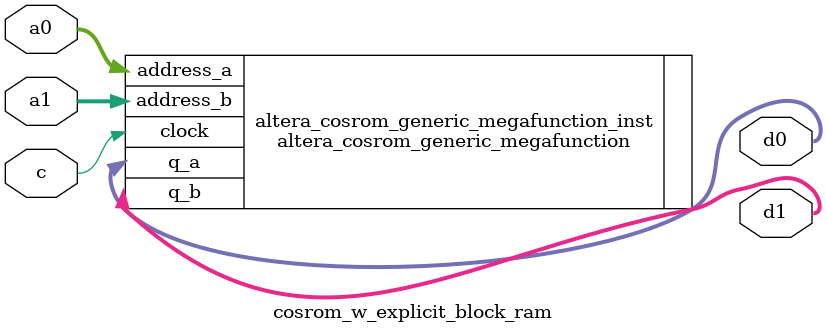
<source format=v>
`default_nettype none
module cosrom_w_explicit_block_ram (
	input c, // clock
	input [9:0] a0, a1, // angle
	output reg [34:0] d0, d1);
  
	// Declare the RAM variable
	
	wire [34:0] q_a, q_b;
	
	altera_cosrom_generic_megafunction	
	altera_cosrom_generic_megafunction_inst (
	.address_a ( a0 ),
	.address_b ( a1 ),
	.clock ( c ),
	.q_a ( d0 ),
	.q_b ( d1 )
	);

endmodule
`default_nettype wire
</source>
